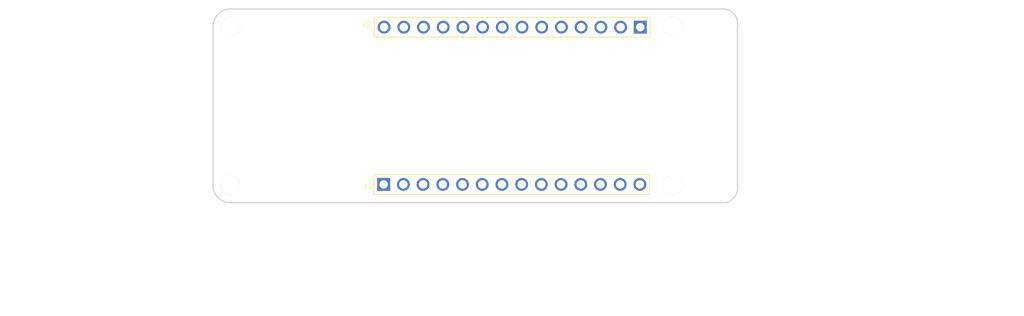
<source format=kicad_pcb>
(kicad_pcb (version 20221018) (generator pcbnew)
  (title_block (title "MKR Shield") (date "2018-07-31") (rev "0.1") (company "Electronic Cats"))
  (layers (0 "F.Cu" signal "Top") (1 "In1.Cu" signal "LFSignals") (2 "In2.Cu" signal "POWER") (31 "B.Cu" signal "Bottom") (34 "B.Paste" user) (35 "F.Paste" user) (36 "B.SilkS" user "B.Silkscreen") (37 "F.SilkS" user "F.Silkscreen") (38 "B.Mask" user) (39 "F.Mask" user) (44 "Edge.Cuts" user))
  (net 0 "")
  (net 1 "/AREF")
  (net 2 "/DAC0/A0")
  (net 3 "/A1")
  (net 4 "/A2")
  (net 5 "/A3")
  (net 6 "/A4")
  (net 7 "/A5")
  (net 8 "/A6")
  (net 9 "/0")
  (net 10 "/1")
  (net 11 "/~2")
  (net 12 "/~3")
  (net 13 "/~4")
  (net 14 "/~5")
  (net 15 "+5V")
  (net 16 "VCC")
  (net 17 "+3V3")
  (net 18 "GND")
  (net 19 "/RESET")
  (net 20 "/14 <- TX")
  (net 21 "/13 -> RX")
  (net 22 "/12SCL")
  (net 23 "/11SDA")
  (net 24 "/10MISO")
  (net 25 "/9SCK")
  (net 26 "/8MOSI")
  (net 27 "/7")
  (net 28 "/6")
  (footprint "MKRFoxShield_v2:MH_RND_F_2.2MM_NM" (layer "F.Cu") (at 116.937479 115.2536 90)
    (fp_text reference "U$5" hide)
    (fp_text value "" hide)
    (fp_circle (center 0 0) (end 1.2065 0) (stroke (width 0.1)) (fill none) (layer "Edge.Cuts"))
  )
  (footprint "MKRFoxShield_v2:MH_RND_F_2.2MM_NM" (layer "F.Cu") (at 116.937479 94.7536 90)
    (fp_text reference "U$6" hide)
    (fp_text value "" hide)
    (fp_circle (center 0 0) (end 1.2065 0) (stroke (width 0.1)) (fill none) (layer "Edge.Cuts"))
  )
  (footprint "MKRFoxShield_v2:MH_RND_F_2.2MM_NM" (layer "F.Cu") (at 173.937479 94.7536 90)
    (fp_text reference "U$7" hide)
    (fp_text value "" hide)
    (fp_circle (center 0 0) (end 1.2065 0) (stroke (width 0.1)) (fill none) (layer "Edge.Cuts"))
  )
  (footprint "MKRFoxShield_v2:MH_RND_F_2.2MM_NM" (layer "F.Cu") (at 173.937479 115.2536 90)
    (fp_text reference "U$8" hide)
    (fp_text value "" hide)
    (fp_circle (center 0 0) (end 1.2065 0) (stroke (width 0.1)) (fill none) (layer "Edge.Cuts"))
  )
  (footprint "MKRFoxShield_v2:FRAME" (layer "F.Cu") (at 87.488917 114.1286)
    (fp_text reference "FRAME1" hide)
    (fp_text value "Page 1" hide)
  )
  (footprint "Pines:61301411121" (layer "F.Cu") (at 153.2 115.15)
    (fp_text reference "J1" (at -19.25 0.65) (layer "F.SilkS") (effects (font (size 0.77216 0.77216) (thickness 0.065024)) (justify left bottom)))
    (fp_text value " " (at -2.1552 2.5402) (layer "F.SilkS") (effects (font (size 0.77216 0.77216) (thickness 0.065024)) (justify left bottom)))
    (fp_line (start -17.78 -1.27) (end -17.78 1.27) (stroke (width 0.127)) (layer "F.SilkS"))
    (fp_line (start -17.78 1.27) (end 17.78 1.27) (stroke (width 0.127)) (layer "F.SilkS"))
    (fp_line (start 17.78 -1.27) (end -17.78 -1.27) (stroke (width 0.127)) (layer "F.SilkS"))
    (fp_line (start 17.78 1.27) (end 17.78 -1.27) (stroke (width 0.127)) (layer "F.SilkS"))
    (pad "1" thru_hole rect (at -16.51 0) (size 1.65 1.65) (drill 1.1) (layers "*.Cu" "*.Mask") (net 1 "/AREF"))
    (pad "2" thru_hole circle (at -13.97 0) (size 1.65 1.65) (drill 1.1) (layers "*.Cu" "*.Mask") (net 2 "/DAC0/A0"))
    (pad "3" thru_hole circle (at -11.43 0) (size 1.65 1.65) (drill 1.1) (layers "*.Cu" "*.Mask") (net 3 "/A1"))
    (pad "4" thru_hole circle (at -8.89 0) (size 1.65 1.65) (drill 1.1) (layers "*.Cu" "*.Mask") (net 4 "/A2"))
    (pad "5" thru_hole circle (at -6.35 0) (size 1.65 1.65) (drill 1.1) (layers "*.Cu" "*.Mask") (net 5 "/A3"))
    (pad "6" thru_hole circle (at -3.81 0) (size 1.65 1.65) (drill 1.1) (layers "*.Cu" "*.Mask") (net 6 "/A4"))
    (pad "7" thru_hole circle (at -1.27 0) (size 1.65 1.65) (drill 1.1) (layers "*.Cu" "*.Mask") (net 7 "/A5"))
    (pad "8" thru_hole circle (at 1.27 0) (size 1.65 1.65) (drill 1.1) (layers "*.Cu" "*.Mask") (net 8 "/A6"))
    (pad "9" thru_hole circle (at 3.81 0) (size 1.65 1.65) (drill 1.1) (layers "*.Cu" "*.Mask") (net 9 "/0"))
    (pad "10" thru_hole circle (at 6.35 0) (size 1.65 1.65) (drill 1.1) (layers "*.Cu" "*.Mask") (net 10 "/1"))
    (pad "11" thru_hole circle (at 8.89 0) (size 1.65 1.65) (drill 1.1) (layers "*.Cu" "*.Mask") (net 11 "/~2"))
    (pad "12" thru_hole circle (at 11.43 0) (size 1.65 1.65) (drill 1.1) (layers "*.Cu" "*.Mask") (net 12 "/~3"))
    (pad "13" thru_hole circle (at 13.97 0) (size 1.65 1.65) (drill 1.1) (layers "*.Cu" "*.Mask") (net 13 "/~4"))
    (pad "14" thru_hole circle (at 16.51 0) (size 1.65 1.65) (drill 1.1) (layers "*.Cu" "*.Mask") (net 14 "/~5"))
  )
  (footprint "Pines:61301411121" (layer "F.Cu") (at 153.25 94.85 180)
    (fp_text reference "J2" (at 19.5 -0.15 180) (layer "F.SilkS") (effects (font (size 0.77216 0.77216) (thickness 0.065024)) (justify left bottom)))
    (fp_text value " " (at -2.1552 2.5402 180) (layer "F.SilkS") (effects (font (size 0.77216 0.77216) (thickness 0.065024)) (justify left bottom)))
    (fp_line (start -17.78 -1.27) (end -17.78 1.27) (stroke (width 0.127)) (layer "F.SilkS"))
    (fp_line (start -17.78 1.27) (end 17.78 1.27) (stroke (width 0.127)) (layer "F.SilkS"))
    (fp_line (start 17.78 -1.27) (end -17.78 -1.27) (stroke (width 0.127)) (layer "F.SilkS"))
    (fp_line (start 17.78 1.27) (end 17.78 -1.27) (stroke (width 0.127)) (layer "F.SilkS"))
    (pad "1" thru_hole rect (at -16.51 0 180) (size 1.65 1.65) (drill 1.1) (layers "*.Cu" "*.Mask") (net 28 "/6"))
    (pad "2" thru_hole circle (at -13.97 0 180) (size 1.65 1.65) (drill 1.1) (layers "*.Cu" "*.Mask") (net 27 "/7"))
    (pad "3" thru_hole circle (at -11.43 0 180) (size 1.65 1.65) (drill 1.1) (layers "*.Cu" "*.Mask") (net 26 "/8MOSI"))
    (pad "4" thru_hole circle (at -8.89 0 180) (size 1.65 1.65) (drill 1.1) (layers "*.Cu" "*.Mask") (net 25 "/9SCK"))
    (pad "5" thru_hole circle (at -6.35 0 180) (size 1.65 1.65) (drill 1.1) (layers "*.Cu" "*.Mask") (net 24 "/10MISO"))
    (pad "6" thru_hole circle (at -3.81 0 180) (size 1.65 1.65) (drill 1.1) (layers "*.Cu" "*.Mask") (net 23 "/11SDA"))
    (pad "7" thru_hole circle (at -1.27 0 180) (size 1.65 1.65) (drill 1.1) (layers "*.Cu" "*.Mask") (net 22 "/12SCL"))
    (pad "8" thru_hole circle (at 1.27 0 180) (size 1.65 1.65) (drill 1.1) (layers "*.Cu" "*.Mask") (net 21 "/13 -> RX"))
    (pad "9" thru_hole circle (at 3.81 0 180) (size 1.65 1.65) (drill 1.1) (layers "*.Cu" "*.Mask") (net 20 "/14 <- TX"))
    (pad "10" thru_hole circle (at 6.35 0 180) (size 1.65 1.65) (drill 1.1) (layers "*.Cu" "*.Mask") (net 19 "/RESET"))
    (pad "11" thru_hole circle (at 8.89 0 180) (size 1.65 1.65) (drill 1.1) (layers "*.Cu" "*.Mask") (net 18 "GND"))
    (pad "12" thru_hole circle (at 11.43 0 180) (size 1.65 1.65) (drill 1.1) (layers "*.Cu" "*.Mask") (net 17 "+3V3"))
    (pad "13" thru_hole circle (at 13.97 0 180) (size 1.65 1.65) (drill 1.1) (layers "*.Cu" "*.Mask") (net 16 "VCC"))
    (pad "14" thru_hole circle (at 16.51 0 180) (size 1.65 1.65) (drill 1.1) (layers "*.Cu" "*.Mask") (net 15 "+5V"))
  )
  (footprint "" (layer "F.Cu") (at 173.937479 115.2536)
    (fp_text reference "@HOLE3" hide)
    (fp_text value "" (at 0 0) (layer "F.SilkS") (effects (font (size 1.27 1.27))))
    (pad "" np_thru_hole circle (at 0 0) (size 2.5 2.5) (drill 2.5) (layers "*.Cu"))
  )
  (footprint "" (layer "F.Cu") (at 173.937479 94.7536)
    (fp_text reference "@HOLE2" hide)
    (fp_text value "" (at 0 0) (layer "F.SilkS") (effects (font (size 1.27 1.27))))
    (pad "" np_thru_hole circle (at 0 0) (size 2.5 2.5) (drill 2.5) (layers "*.Cu"))
  )
  (footprint "" (layer "F.Cu") (at 116.937479 115.2536)
    (fp_text reference "@HOLE0" hide)
    (fp_text value "" (at 0 0) (layer "F.SilkS") (effects (font (size 1.27 1.27))))
    (pad "" np_thru_hole circle (at 0 0) (size 2.5 2.5) (drill 2.5) (layers "*.Cu"))
  )
  (footprint "" (layer "F.Cu") (at 116.937479 94.7536)
    (fp_text reference "@HOLE1" hide)
    (fp_text value "" (at 0 0) (layer "F.SilkS") (effects (font (size 1.27 1.27))))
    (pad "" np_thru_hole circle (at 0 0) (size 2.5 2.5) (drill 2.5) (layers "*.Cu"))
  )
  (gr_arc (start 114.687479 94.7536) (mid 115.346489 93.16261) (end 116.937479 92.5036) (stroke (width 0.15)) (layer "Edge.Cuts"))
  (gr_arc (start 180.687479 92.5036) (mid 181.953469 93.297229) (end 182.287479 94.7536) (stroke (width 0.15)) (layer "Edge.Cuts"))
  (gr_arc (start 116.937479 117.5036) (mid 115.346489 116.84459) (end 114.687479 115.2536) (stroke (width 0.15)) (layer "Edge.Cuts"))
  (gr_line (start 180.687479 117.5036) (end 116.937479 117.5036) (stroke (width 0.15)) (layer "Edge.Cuts"))
  (gr_line (start 114.687479 115.2536) (end 114.687479 94.7536) (stroke (width 0.15)) (layer "Edge.Cuts"))
  (gr_line (start 116.937479 92.5036) (end 180.687479 92.5036) (stroke (width 0.15)) (layer "Edge.Cuts"))
  (gr_line (start 182.287479 115.2536) (end 182.287479 94.7536) (stroke (width 0.15)) (layer "Edge.Cuts"))
  (gr_arc (start 182.287479 115.2536) (mid 181.953469 116.709971) (end 180.687479 117.5036) (stroke (width 0.15)) (layer "Edge.Cuts"))
)
</source>
